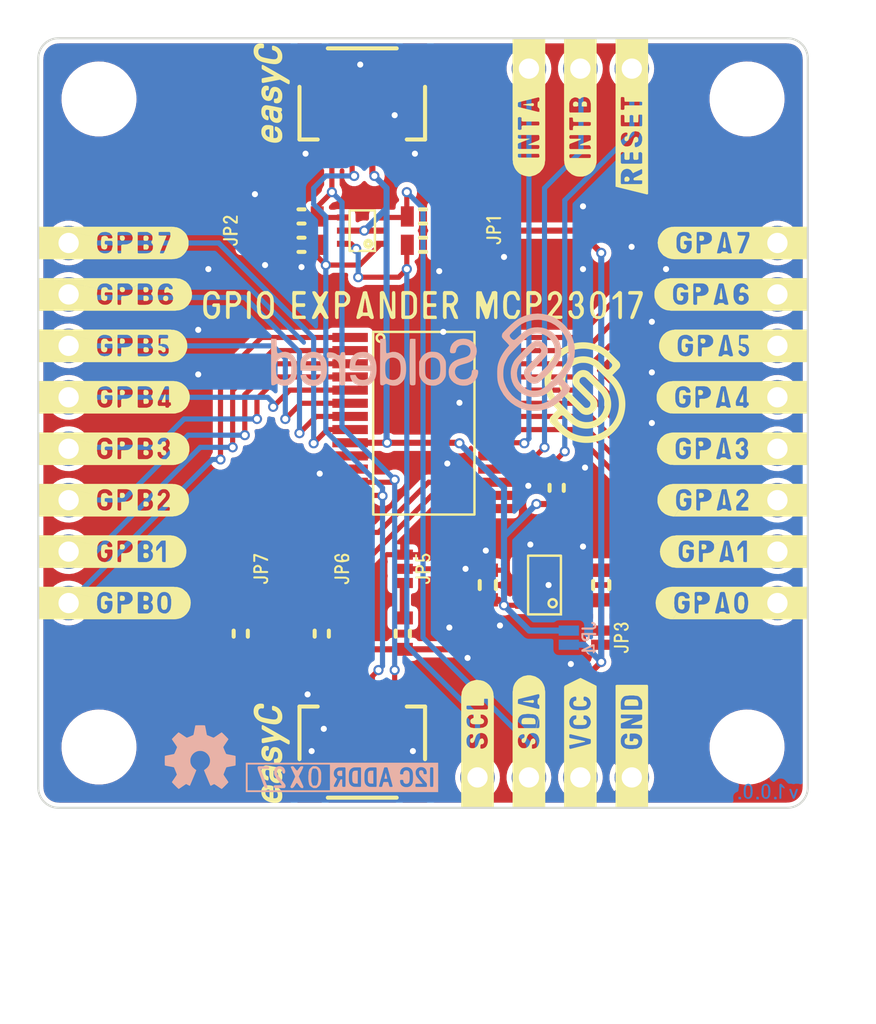
<source format=kicad_pcb>
(kicad_pcb (version 20210126) (generator pcbnew)
  (layers (0 "F.Cu" signal) (31 "B.Cu" signal) (34 "B.Paste" user) (35 "F.Paste" user) (36 "B.SilkS" user "B.Silkscreen") (37 "F.SilkS" user "F.Silkscreen") (38 "B.Mask" user) (39 "F.Mask" user) (44 "Edge.Cuts" user))
  (net 0 "")
  (net 1 "Net-(C3-Pad2)")
  (net 2 "GND")
  (net 3 "3V3")
  (net 4 "SDA_PULL5")
  (net 5 "5V")
  (net 6 "SCL_PULL5")
  (net 7 "SDA_PULL3,3")
  (net 8 "SCL_PULL3,3")
  (net 9 "Net-(JP5-Pad3)")
  (net 10 "A0")
  (net 11 "Net-(JP6-Pad3)")
  (net 12 "A1")
  (net 13 "Net-(JP7-Pad3)")
  (net 14 "A2")
  (net 15 "SDA3,3")
  (net 16 "SCL3,3")
  (net 17 "SCL5")
  (net 18 "SDA5")
  (net 19 "GPB0")
  (net 20 "GPB1")
  (net 21 "GPB2")
  (net 22 "GPB3")
  (net 23 "GPB4")
  (net 24 "GPB5")
  (net 25 "GPB6")
  (net 26 "GPB7")
  (net 27 "INTA")
  (net 28 "INTB")
  (net 29 "~RESET")
  (net 30 "GPA0")
  (net 31 "GPA1")
  (net 32 "GPA2")
  (net 33 "GPA3")
  (net 34 "GPA4")
  (net 35 "GPA5")
  (net 36 "GPA6")
  (net 37 "GPA7")
  (footprint "buzzardLabel" (layer "F.Cu") (at 89.6 122.27)
    (fp_text reference "")
    (fp_text value "")
  )
  (footprint "buzzardLabel" (layer "F.Cu") (at 105 128.2 90)
    (fp_text reference "")
    (fp_text value "")
  )
  (footprint "e-radionica.com footprinti:easyC-connector" (layer "F.Cu") (at 106 105.3)
    (fp_text reference "K3")
    (fp_text value "easyC-SMD")
  )
  (footprint "e-radionica.com footprinti:0603R" (layer "F.Cu") (at 100 131.4 -90)
    (fp_text reference "R8")
    (fp_text value "10k")
  )
  (footprint "e-radionica.com footprinti:HOLE_3.2mm" (layer "F.Cu") (at 93 105)
    (fp_text reference "H1" hide)
    (fp_text value "HOLE_3.2mm" hide)
  )
  (footprint "e-radionica.com footprinti:0603C" (layer "F.Cu") (at 112.2 129 -90)
    (fp_text reference "C4")
    (fp_text value "2.2uF")
  )
  (footprint "buzzardLabel" (layer "F.Cu") (at 128.4 122.27)
    (fp_text reference "")
    (fp_text value "")
  )
  (footprint "e-radionica.com footprinti:SOT-363" (layer "F.Cu") (at 106 111.5 180)
    (fp_text reference "U2")
    (fp_text value "NMOS-DUAL")
  )
  (footprint "Soldered Graphics:Logo-Front-Soldered-5mm" (layer "F.Cu") (at 117 119.5)
    (fp_text reference "G***" hide)
    (fp_text value "LOGO" hide)
  )
  (footprint "e-radionica.com footprinti:easyC-connector" (layer "F.Cu") (at 106 136.7 180)
    (fp_text reference "K1")
    (fp_text value "easyC-SMD")
  )
  (footprint "e-radionica.com footprinti:SOT-23-5" (layer "F.Cu") (at 115 129 180)
    (fp_text reference "U3")
    (fp_text value "SE5218")
  )
  (footprint "Soldered Graphics:Logo-Back-OSH-3.5mm" (layer "F.Cu") (at 98 137.5)
    (fp_text reference "G***" hide)
    (fp_text value "LOGO" hide)
  )
  (footprint "e-radionica.com footprinti:HOLE_3.2mm" (layer "F.Cu") (at 125 137)
    (fp_text reference "H4" hide)
    (fp_text value "HOLE_3.2mm" hide)
  )
  (footprint "e-radionica.com footprinti:0603R" (layer "F.Cu") (at 103 112.2)
    (fp_text reference "R1")
    (fp_text value "10k")
  )
  (footprint "buzzardLabel" (layer "F.Cu") (at 116.77 140.4 90)
    (fp_text reference "")
    (fp_text value "")
  )
  (footprint "buzzardLabel" (layer "F.Cu") (at 114.23 101.6 90)
    (fp_text reference "")
    (fp_text value "")
  )
  (footprint "e-radionica.com footprinti:0603R" (layer "F.Cu") (at 108 131.4 -90)
    (fp_text reference "R6")
    (fp_text value "10k")
  )
  (footprint "Soldered Graphics:Logo-Front-easyC-5mm" (layer "F.Cu") (at 101.5 104.7 90)
    (fp_text reference "G***" hide)
    (fp_text value "LOGO" hide)
  )
  (footprint "e-radionica.com footprinti:0603R" (layer "F.Cu") (at 109 110.8 180)
    (fp_text reference "R2")
    (fp_text value "10k")
  )
  (footprint "e-radionica.com footprinti:FIDUCIAL_1MM_PASTE" (layer "F.Cu") (at 106 138)
    (fp_text reference "FD1")
    (fp_text value "Fiducial_Stencil")
  )
  (footprint "buzzardLabel" (layer "F.Cu") (at 89.6 119.73)
    (fp_text reference "")
    (fp_text value "")
  )
  (footprint "buzzardLabel" (layer "F.Cu") (at 118.8 131.6 90)
    (fp_text reference "")
    (fp_text value "")
  )
  (footprint "buzzardLabel" (layer "F.Cu") (at 119.31 101.6 90)
    (fp_text reference "")
    (fp_text value "")
  )
  (footprint "buzzardLabel" (layer "F.Cu") (at 128.4 112.11)
    (fp_text reference "")
    (fp_text value "")
  )
  (footprint "e-radionica.com footprinti:SMD_JUMPER_3_PAD_TRACE" (layer "F.Cu") (at 100.5 111.5 -90)
    (fp_text reference "JP2")
    (fp_text value "SMD_JUMPER_3_PAD_TRACE")
  )
  (footprint "e-radionica.com footprinti:0603R" (layer "F.Cu") (at 115.6 124.2 -90)
    (fp_text reference "R5")
    (fp_text value "10k")
  )
  (footprint "buzzardLabel" (layer "F.Cu") (at 89.6 117.19)
    (fp_text reference "")
    (fp_text value "")
  )
  (footprint "buzzardLabel" (layer "F.Cu") (at 119.31 140.4 90)
    (fp_text reference "")
    (fp_text value "")
  )
  (footprint "buzzardLabel" (layer "F.Cu") (at 128.4 129.89)
    (fp_text reference "")
    (fp_text value "")
  )
  (footprint "e-radionica.com footprinti:SMD_JUMPER_3_PAD_CONNECTED_RIGHT" (layer "F.Cu") (at 108 128.2 -90)
    (fp_text reference "JP5")
    (fp_text value "SMD_JUMPER_3_PAD_CONNECTED_RIGHT")
  )
  (footprint "buzzardLabel" (layer "F.Cu") (at 128.4 124.81)
    (fp_text reference "")
    (fp_text value "")
  )
  (footprint "e-radionica.com footprinti:HOLE_3.2mm" (layer "F.Cu") (at 125 105)
    (fp_text reference "H3" hide)
    (fp_text value "HOLE_3.2mm" hide)
  )
  (footprint "buzzardLabel" (layer "F.Cu") (at 128.4 114.65)
    (fp_text reference "")
    (fp_text value "")
  )
  (footprint "buzzardLabel" (layer "F.Cu") (at 89.6 114.65)
    (fp_text reference "")
    (fp_text value "")
  )
  (footprint "buzzardLabel" (layer "F.Cu") (at 112.5 111.5 90)
    (fp_text reference "")
    (fp_text value "")
  )
  (footprint "e-radionica.com footprinti:HOLE_3.2mm" (layer "F.Cu") (at 93 137)
    (fp_text reference "H2" hide)
    (fp_text value "HOLE_3.2mm" hide)
  )
  (footprint "e-radionica.com footprinti:SMD_JUMPER_3_PAD_TRACE" (layer "F.Cu") (at 111.5 111.5 90)
    (fp_text reference "JP1")
    (fp_text value "SMD_JUMPER_3_PAD_TRACE")
  )
  (footprint "buzzardLabel" (layer "F.Cu") (at 114.23 140.4 90)
    (fp_text reference "")
    (fp_text value "")
  )
  (footprint "Soldered Graphics:Logo-Front-easyC-5mm" (layer "F.Cu") (at 101.5 137.3 90)
    (fp_text reference "G***" hide)
    (fp_text value "LOGO" hide)
  )
  (footprint "buzzardLabel" (layer "F.Cu") (at 89.6 127.35)
    (fp_text reference "")
    (fp_text value "")
  )
  (footprint "e-radionica.com footprinti:SMD_JUMPER_3_PAD_CONNECTED_RIGHT" (layer "F.Cu") (at 100 128.2 -90)
    (fp_text reference "JP7")
    (fp_text value "SMD_JUMPER_3_PAD_CONNECTED_RIGHT")
  )
  (footprint "e-radionica.com footprinti:0603R" (layer "F.Cu") (at 103 110.8 180)
    (fp_text reference "R4")
    (fp_text value "10k")
  )
  (footprint "buzzardLabel" (layer "F.Cu") (at 89.6 124.81)
    (fp_text reference "")
    (fp_text value "")
  )
  (footprint "Soldered Graphics:Logo-Back-SolderedFULL-15mm" (layer "F.Cu") (at 109 118)
    (fp_text reference "REF**" hide)
    (fp_text value "Logo-Front-SolderedFULL-15mm" hide)
  )
  (footprint "buzzardLabel" (layer "F.Cu") (at 109 115.2)
    (fp_text reference "")
    (fp_text value "")
  )
  (footprint "buzzardLabel" (layer "F.Cu") (at 89.6 112.11)
    (fp_text reference "")
    (fp_text value "")
  )
  (footprint "e-radionica.com footprinti:0603R" (layer "F.Cu") (at 109 112.2)
    (fp_text reference "R3")
    (fp_text value "10k")
  )
  (footprint "e-radionica.com footprinti:SMD-JUMPER-CONNECTED_TRACE_NOSLODERMASK" (layer "F.Cu") (at 117.8 131.6 -90)
    (fp_text reference "JP3")
    (fp_text value "SMD-JUMPER-CONNECTED_TRACE_NOSLODERMASK")
  )
  (footprint "buzzardLabel" (layer "F.Cu") (at 128.4 119.73)
    (fp_text reference "")
    (fp_text value "")
  )
  (footprint "buzzardLabel" (layer "F.Cu") (at 128.4 117.19)
    (fp_text reference "")
    (fp_text value "")
  )
  (footprint "buzzardLabel" (layer "F.Cu") (at 89.6 129.89)
    (fp_text reference "")
    (fp_text value "")
  )
  (footprint "e-radionica.com footprinti:SMD_JUMPER_3_PAD_CONNECTED_RIGHT" (layer "F.Cu") (at 104 128.2 -90)
    (fp_text reference "JP6")
    (fp_text value "SMD_JUMPER_3_PAD_CONNECTED_RIGHT")
  )
  (footprint "buzzardLabel" (layer "F.Cu") (at 128.4 127.35)
    (fp_text reference "")
    (fp_text value "")
  )
  (footprint "e-radionica.com footprinti:MCP23017" (layer "F.Cu") (at 109 121)
    (fp_text reference "U1")
    (fp_text value "MCP23017T-E_SS")
  )
  (footprint "buzzardLabel" (layer "F.Cu") (at 99.5 111.5 90)
    (fp_text reference "")
    (fp_text value "")
  )
  (footprint "buzzardLabel" (layer "F.Cu") (at 111.69 140.4 90)
    (fp_text reference "")
    (fp_text value "")
  )
  (footprint "buzzardLabel" (layer "F.Cu") (at 116.77 101.6 90)
    (fp_text reference "")
    (fp_text value "")
  )
  (footprint "buzzardLabel" (layer "F.Cu") (at 101 128.2 90)
    (fp_text reference "")
    (fp_text value "")
  )
  (footprint "buzzardLabel" (layer "F.Cu") (at 109 128.2 90)
    (fp_text reference "")
    (fp_text value "")
  )
  (footprint "e-radionica.com footprinti:0603C" (layer "F.Cu") (at 117.8 129 -90)
    (fp_text reference "C3")
    (fp_text value "2.2uF")
  )
  (footprint "e-radionica.com footprinti:0603R" (layer "F.Cu") (at 104 131.4 -90)
    (fp_text reference "R7")
    (fp_text value "10k")
  )
  (footprint "e-radionica.com footprinti:SMD_JUMPER" (layer "B.Cu") (at 116.2 131.6 90)
    (fp_text reference "JP4")
    (fp_text value "SMD_JUMPER")
  )
  (footprint "e-radionica.com footprinti:HEADER_MALE_8X1" (layer "B.Cu") (at 91.5 121 -90)
    (fp_text reference "K4")
    (fp_text value "HEADER_MALE_8X1")
  )
  (footprint "e-radionica.com footprinti:HEADER_MALE_3X1" (layer "B.Cu") (at 116.77 103.5 180)
    (fp_text reference "K5")
    (fp_text value "HEADER_MALE_3X1")
  )
  (footprint "buzzardLabel" (layer "B.Cu") (at 102.4 138.5 180)
    (fp_text reference "")
    (fp_text value "")
  )
  (footprint "Soldered Graphics:Version1.0.0." (layer "B.Cu") (at 126 139.2 180)
    (fp_text reference "")
    (fp_text value "")
  )
  (footprint "e-radionica.com footprinti:HEADER_MALE_8X1" (layer "B.Cu") (at 126.5 121 -90)
    (fp_text reference "K6")
    (fp_text value "HEADER_MALE_8X1")
  )
  (footprint "buzzardLabel" (layer "B.Cu") (at 117.2 131.6 -90)
    (fp_text reference "")
    (fp_text value "")
  )
  (footprint "e-radionica.com footprinti:HEADER_MALE_4X1" (layer "B.Cu") (at 115.5 138.5 180)
    (fp_text reference "K2")
    (fp_text value "HEADER_MALE_4X1")
  )
  (footprint "Soldered Graphics:Symbol-Front-I2C-ADDR-Field" (layer "B.Cu") (at 105 138.5 180)
    (fp_text reference "REF**" hide)
    (fp_text value "Symbol-Front-I2C-ADDR-Field" hide)
  )
  (gr_arc (start 91 103) (end 91 102) (angle -90) (layer "Edge.Cuts") (width 0.1))
  (gr_arc (start 127 103) (end 128 103) (angle -90) (layer "Edge.Cuts") (width 0.1))
  (gr_arc (start 91 139) (end 91 140) (angle 90) (layer "Edge.Cuts") (width 0.1))
  (gr_line (start 91 102) (end 127 102) (layer "Edge.Cuts") (width 0.1))
  (gr_line (start 128 103) (end 128 139) (layer "Edge.Cuts") (width 0.1))
  (gr_line (start 127 140) (end 91 140) (layer "Edge.Cuts") (width 0.1))
  (gr_arc (start 127 139) (end 127 140) (angle -90) (layer "Edge.Cuts") (width 0.1))
  (gr_line (start 90 139) (end 90 103) (layer "Edge.Cuts") (width 0.1))
  (segment (start 116.1 128.05) (end 115.05 128.05) (width 0.254) (layer "F.Cu") (net 1))
  (segment (start 115.05 129.95) (end 116.1 129.95) (width 0.254) (layer "F.Cu") (net 1))
  (segment (start 115.05 128.05) (end 114.5 128.6) (width 0.254) (layer "F.Cu") (net 1))
  (segment (start 114.5 128.6) (end 114.5 129.4) (width 0.254) (layer "F.Cu") (net 1))
  (segment (start 116.1 129.95) (end 117.58 129.95) (width 0.3) (layer "F.Cu") (net 1))
  (segment (start 114.5 129.4) (end 115.05 129.95) (width 0.254) (layer "F.Cu") (net 1))
  (segment (start 117.58 129.95) (end 117.8 129.73) (width 0.3) (layer "F.Cu") (net 1))
  (segment (start 117.8 129.73) (end 117.8 131.25) (width 0.3) (layer "F.Cu") (net 1))
  (via (at 101.2 113.2) (size 0.5) (drill 0.3) (layers "F.Cu" "B.Cu") (net 2))
  (via (at 120.3 121) (size 0.5) (drill 0.3) (layers "F.Cu" "B.Cu") (net 2))
  (via (at 115.2 129) (size 0.5) (drill 0.3) (layers "F.Cu" "B.Cu") (net 2))
  (via (at 97.9 116.4) (size 0.5) (drill 0.3) (layers "F.Cu" "B.Cu") (net 2))
  (via (at 103.2 107.7) (size 0.5) (drill 0.3) (layers "F.Cu" "B.Cu") (net 2))
  (via (at 107.6 105.8) (size 0.5) (drill 0.3) (layers "F.Cu" "B.Cu") (net 2))
  (via (at 121 113.4) (size 0.5) (drill 0.3) (layers "F.Cu" "B.Cu") (net 2))
  (via (at 120.3 118.5) (size 0.5) (drill 0.3) (layers "F.Cu" "B.Cu") (net 2))
  (via (at 114.2 124.1) (size 0.5) (drill 0.3) (layers "F.Cu" "B.Cu") (net 2))
  (via (at 104.1 136.1) (size 0.5) (drill 0.3) (layers "F.Cu" "B.Cu") (net 2))
  (via (at 103 113.3) (size 0.5) (drill 0.3) (layers "F.Cu" "B.Cu") (net 2))
  (via (at 98.4 113.4) (size 0.5) (drill 0.3) (layers "F.Cu" "B.Cu") (net 2))
  (via (at 103.9 123.5) (size 0.5) (drill 0.3) (layers "F.Cu" "B.Cu") (net 2))
  (via (at 110.8 120) (size 0.5) (drill 0.3) (layers "F.Cu" "B.Cu") (net 2))
  (via (at 110.3 131.1) (size 0.5) (drill 0.3) (layers "F.Cu" "B.Cu") (net 2))
  (via (at 108.5 137.2) (size 0.5) (drill 0.3) (layers "F.Cu" "B.Cu") (net 2))
  (via (at 112.8 131) (size 0.5) (drill 0.3) (layers "F.Cu" "B.Cu") (net 2))
  (via (at 119.3 112.3) (size 0.5) (drill 0.3) (layers "F.Cu" "B.Cu") (net 2))
  (via (at 116.3 132.9) (size 0.5) (drill 0.3) (layers "F.Cu" "B.Cu") (net 2))
  (via (at 113 112.8) (size 0.5) (drill 0.3) (layers "F.Cu" "B.Cu") (net 2))
  (via (at 108.6 107.7) (size 0.5) (drill 0.3) (layers "F.Cu" "B.Cu") (net 2))
  (via (at 120.3 116) (size 0.5) (drill 0.3) (layers "F.Cu" "B.Cu") (net 2))
  (via (at 110.2 123) (size 0.5) (drill 0.3) (layers "F.Cu" "B.Cu") (net 2))
  (via (at 97.9 118.6) (size 0.5) (drill 0.3) (layers "F.Cu" "B.Cu") (net 2))
  (via (at 117 123.2) (size 0.5) (drill 0.3) (layers "F.Cu" "B.Cu") (net 2))
  (via (at 111.2 132.6) (size 0.5) (drill 0.3) (layers "F.Cu" "B.Cu") (net 2))
  (via (at 103.5 137.2) (size 0.5) (drill 0.3) (layers "F.Cu" "B.Cu") (net 2))
  (via (at 103.3 134.4) (size 0.5) (drill 0.3) (layers "F.Cu" "B.Cu") (net 2))
  (via (at 114.3 127) (size 0.5) (drill 0.3) (layers "F.Cu" "B.Cu") (net 2))
  (via (at 100.7 109.7) (size 0.5) (drill 0.3) (layers "F.Cu" "B.Cu") (net 2))
  (via (at 109.8 113.5) (size 0.5) (drill 0.3) (layers "F.Cu" "B.Cu") (net 2))
  (via (at 105.9 103.3) (size 0.5) (drill 0.3) (layers "F.Cu" "B.Cu") (net 2))
  (via (at 116.9 113.4) (size 0.5) (drill 0.3) (layers "F.Cu" "B.Cu") (net 2))
  (via (at 116.9 127.1) (size 0.5) (drill 0.3) (layers "F.Cu" "B.Cu") (net 2))
  (via (at 116.9 110.3) (size 0.5) (drill 0.3) (layers "F.Cu" "B.Cu") (net 2))
  (via (at 112.1 127.3) (size 0.5) (drill 0.3) (layers "F.Cu" "B.Cu") (net 2))
  (via (at 111.1 128.2) (size 0.5) (drill 0.3) (layers "F.Cu" "B.Cu") (net 2))
  (via (at 110 116.5) (size 0.5) (drill 0.3) (layers "F.Cu" "B.Cu") (net 2))
  (segment (start 106.5 106.3) (end 106.5 107.45) (width 0.3) (layer "F.Cu") (net 3))
  (segment (start 105.5 133.675) (end 104 132.175) (width 0.3) (layer "F.Cu") (net 3))
  (segment (start 106.92 111.5) (end 106.3 111.5) (width 0.3) (layer "F.Cu") (net 3))
  (segment (start 106 105.8) (end 106.5 106.3) (width 0.3) (layer "F.Cu") (net 3))
  (segment (start 105.5 134.55) (end 105.5 133.675) (width 0.3) (layer "F.Cu") (net 3))
  (segment (start 103.4 105.8) (end 106 105.8) (width 0.3) (layer "F.Cu") (net 3))
  (segment (start 107.225 121.975) (end 105.4 121.975) (width 0.3) (layer "F.Cu") (net 3))
  (segment (start 106.3 111.5) (end 106.1 111.5) (width 0.3) (layer "F.Cu") (net 3))
  (segment (start 112.2 130.4) (end 112.2 129.73) (width 0.3) (layer "F.Cu") (net 3))
  (segment (start 108 132.175) (end 110.425 132.175) (width 0.3) (layer "F.Cu") (net 3))
  (segment (start 113 130) (end 113.85 130) (width 0.254) (layer "F.Cu") (net 3))
  (segment (start 113 130) (end 112.73 129.73) (width 0.3) (layer "F.Cu") (net 3))
  (segment (start 113.85 130) (end 113.9 129.95) (width 0.254) (layer "F.Cu") (net 3))
  (segment (start 106.5 108.7) (end 106.6 108.8) (width 0.3) (layer "F.Cu") (net 3))
  (segment (start 110.775 121.975) (end 107.225 121.975) (width 0.3) (layer "F.Cu") (net 3))
  (segment (start 114.6 125) (end 115.575 125) (width 0.3) (layer "F.Cu") (net 3))
  (segment (start 112.73 129.73) (end 112.2 129.73) (width 0.3) (layer "F.Cu") (net 3))
  (segment (start 106.3 111.5) (end 105.08 111.5) (width 0.3) (layer "F.Cu") (net 3))
  (segment (start 110.425 132.175) (end 112.2 130.4) (width 0.3) (layer "F.Cu") (net 3))
  (segment (start 115.575 125) (end 115.6 124.975) (width 0.3) (layer "F.Cu") (net 3))
  (segment (start 100.5 111.5) (end 99.9 111.5) (width 0.3) (layer "F.Cu") (net 3))
  (segment (start 110.8 122) (end 110.775 121.975) (width 0.3) (layer "F.Cu") (net 3))
  (segment (start 106.5 107.45) (end 106.5 108.7) (width 0.3) (layer "F.Cu") (net 3))
  (segment (start 100 132.175) (end 108 132.175) (width 0.3) (layer "F.Cu") (net 3))
  (segment (start 99.4 109.8) (end 103.4 105.8) (width 0.3) (layer "F.Cu") (net 3))
  (segment (start 99.9 111.5) (end 99.4 111) (width 0.3) (layer "F.Cu") (net 3))
  (segment (start 99.4 111) (end 99.4 109.8) (width 0.3) (layer "F.Cu") (net 3))
  (via (at 110.8 122) (size 0.5) (drill 0.3) (layers "F.Cu" "B.Cu") (net 3))
  (via (at 114.6 125) (size 0.5) (drill 0.3) (layers "F.Cu" "B.Cu") (net 3))
  (via (at 113 130) (size 0.5) (drill 0.3) (layers "F.Cu" "B.Cu") (net 3))
  (via (at 106.6 108.8) (size 0.5) (drill 0.3) (layers "F.Cu" "B.Cu") (net 3))
  (via (at 107.225 121.975) (size 0.5) (drill 0.3) (layers "F.Cu" "B.Cu") (net 3))
  (via (at 106.1 111.5) (size 0.5) (drill 0.3) (layers "F.Cu" "B.Cu") (net 3))
  (segment (start 106.6 108.8) (end 107.2 109.4) (width 0.3) (layer "B.Cu") (net 3))
  (segment (start 107.2 110.4) (end 107.2 121.95) (width 0.3) (layer "B.Cu") (net 3))
  (segment (start 113 130) (end 114.25 131.25) (width 0.3) (layer "B.Cu") (net 3))
  (segment (start 113 130) (end 113 128) (width 0.3) (layer "B.Cu") (net 3))
  (segment (start 113 128) (end 113 126.6) (width 0.3) (layer "B.Cu") (net 3))
  (segment (start 110.8 122) (end 113 124.2) (width 0.3) (layer "B.Cu") (net 3))
  (segment (start 107.2 109.4) (end 107.2 110.4) (width 0.3) (layer "B.Cu") (net 3))
  (segment (start 114.25 131.25) (end 116.2 131.25) (width 0.3) (layer "B.Cu") (net 3))
  (segment (start 107.2 121.95) (end 107.225 121.975) (width 0.3) (layer "B.Cu") (net 3))
  (segment (start 106.1 111.5) (end 107.2 110.4) (width 0.3) (layer "B.Cu") (net 3))
  (segment (start 113 124.2) (end 113 126.6) (width 0.3) (layer "B.Cu") (net 3))
  (segment (start 113 126.6) (end 114.6 125) (width 0.3) (layer "B.Cu") (net 3))
  (segment (start 109.775 110.8) (end 111.5 110.8) (width 0.254) (layer "F.Cu") (net 4))
  (segment (start 116.77 138.5) (end 116.77 133.83) (width 0.3) (layer "F.Cu") (net 5))
  (segment (start 116.7 111.5) (end 111.5 111.5) (width 0.3) (layer "F.Cu") (net 5))
  (segment (start 117.8 132.8) (end 117.8 131.95) (width 0.3) (layer "F.Cu") (net 5))
  (segment (start 116.77 133.83) (end 117.8 132.8) (width 0.3) (layer "F.Cu") (net 5))
  (segment (start 117.8 112.6) (end 116.7 111.5) (width 0.3) (layer "F.Cu") (net 5))
  (via (at 117.8 132.8) (size 0.5) (drill 0.3) (layers "F.Cu" "B.Cu") (net 5))
  (via (at 117.8 112.6) (size 0.5) (drill 0.3) (layers "F.Cu" "B.Cu") (net 5))
  (segment (start 116.95 131.95) (end 117.8 132.8) (width 0.3) (layer "B.Cu") (net 5))
  (segment (start 116.2 131.95) (end 116.95 131.95) (width 0.3) (layer "B.Cu") (net 5))
  (segment (start 117.8 112.6) (end 117.8 132.8) (width 0.3) (layer "B.Cu") (net 5))
  (segment (start 109.775 112.2) (end 111.5 112.2) (width 0.254) (layer "F.Cu") (net 6))
  (segment (start 100.5 112.2) (end 102.225 112.2) (width 0.254) (layer "F.Cu") (net 7))
  (segment (start 102.225 110.8) (end 100.5 110.8) (width 0.254) (layer "F.Cu") (net 8))
  (segment (start 108 130.625) (end 108 128.9) (width 0.3) (layer "F.Cu") (net 9))
  (segment (start 112.475 125.225) (end 112.6 125.225) (width 0.254) (layer "F.Cu") (net 10))
  (segment (start 108 128.2) (end 109.5 128.2) (width 0.254) (layer "F.Cu") (net 10))
  (segment (start 109.5 128.2) (end 112.475 125.225) (width 0.254) (layer "F.Cu") (net 10))
  (segment (start 104 130.625) (end 104 128.9) (width 0.3) (layer "F.Cu") (net 11))
  (segment (start 104 128.2) (end 105.8 128.2) (width 0.254) (layer "F.Cu") (net 12))
  (segment (start 105.8 128.2) (end 109.425 124.575) (width 0.254) (layer "F.Cu") (net 12))
  (segment (start 109.425 124.575) (end 112.6 124.575) (width 0.254) (layer "F.Cu") (net 12))
  (segment (start 100 130.625) (end 100 128.9) (width 0.3) (layer "F.Cu") (net 13))
  (segment (start 109.275 123.925) (end 112.6 123.925) (width 0.254) (layer "F.Cu") (net 14))
  (segment (start 106.8 126.4) (end 109.275 123.925) (width 0.254) (layer "F.Cu") (net 14))
  (segment (start 100 128.2) (end 101.8 128.2) (width 0.254) (layer "F.Cu") (net 14))
  (segment (start 101.8 128.2) (end 103.6 126.4) (width 0.254) (layer "F.Cu") (net 14))
  (segment (start 103.6 126.4) (end 106.8 126.4) (width 0.254) (layer "F.Cu") (net 14))
  (segment (start 104.2 113.2) (end 105.87 113.2) (width 0.254) (layer "F.Cu") (net 15))
  (segment (start 105.5 108.7) (end 105.6 108.8) (width 0.254) (layer "F.Cu") (net 15))
  (segment (start 105.87 113.2) (end 106.92 112.15) (width 0.254) (layer "F.Cu") (net 15))
  (segment (start 106.975 124.575) (end 107 124.6) (width 0.254) (layer "F.Cu") (net 15))
  (segment (start 105.4 124.575) (end 106.975 124.575) (width 0.254) (layer "F.Cu") (net 15))
  (segment (start 105.5 107.45) (end 105.5 108.7) (width 0.254) (layer "F.Cu") (net 15))
  (segment (start 106.5 133.5) (end 106.5 134.55) (width 0.254) (layer "F.Cu") (net 15))
  (segment (start 106.8 133.2) (end 106.5 133.5) (width 0.254) (layer "F.Cu") (net 15))
  (segment (start 103.775 112.775) (end 103.775 112.2) (width 0.254) (layer "F.Cu") (net 15))
  (segment (start 104.2 113.2) (end 103.775 112.775) (width 0.254) (layer "F.Cu") (net 15))
  (via (at 107 124.6) (size 0.5) (drill 0.3) (layers "F.Cu" "B.Cu") (net 15))
  (via (at 106.8 133.2) (size 0.5) (drill 0.3) (layers "F.Cu" "B.Cu") (net 15))
  (via (at 105.6 108.8) (size 0.5) (drill 0.3) (layers "F.Cu" "B.Cu") (net 15))
  (via (at 104.2 113.2) (size 0.5) (drill 0.3) (layers "F.Cu" "B.Cu") (net 15))
  (segment (start 104.2 108.8) (end 105.6 108.8) (width 0.254) (layer "B.Cu") (net 15))
  (segment (start 104.2 113.2) (end 104.2 110.8) (width 0.254) (layer "B.Cu") (net 15))
  (segment (start 103.6 109.4) (end 104.2 108.8) (width 0.254) (layer "B.Cu") (net 15))
  (segment (start 107 124.2) (end 104.2 121.4) (width 0.254) (layer "B.Cu") (net 15))
  (segment (start 104.2 121.4) (end 104.2 113.2) (width 0.254) (layer "B.Cu") (net 15))
  (segment (start 106.8 133.2) (end 107 133) (width 0.254) (layer "B.Cu") (net 15))
  (segment (start 107 133) (end 107 124.6) (width 0.254) (layer "B.Cu") (net 15))
  (segment (start 107 124.6) (end 107 124.2) (width 0.254) (layer "B.Cu") (net 15))
  (segment (start 103.6 110.2) (end 103.6 109.4) (width 0.254) (layer "B.Cu") (net 15))
  (segment (start 104.2 110.8) (end 103.6 110.2) (width 0.254) (layer "B.Cu") (net 15))
  (segment (start 107.6 134.45) (end 107.5 134.55) (width 0.254) (layer "F.Cu") (net 16))
  (segment (start 103.825 110.85) (end 103.775 110.8) (width 0.254) (layer "F.Cu") (net 16))
  (segment (start 107.475 123.925) (end 107.6 123.8) (width 0.254) (layer "F.Cu") (net 16))
  (segment (start 105.4 123.925) (end 107.475 123.925) (width 0.254) (layer "F.Cu") (net 16))
  (segment (start 103.775 110.325) (end 104.5 109.6) (width 0.254) (layer "F.Cu") (net 16))
  (segment (start 103.775 110.8) (end 103.775 110.325) (width 0.254) (layer "F.Cu") (net 16))
  (segment (start 105.08 110.85) (end 103.825 110.85) (width 0.254) (layer "F.Cu") (net 16))
  (segment (start 107.6 133.2) (end 107.6 134.45) (width 0.254) (layer "F.Cu") (net 16))
  (segment (start 104.5 109.6) (end 104.5 107.45) (width 0.254) (layer "F.Cu") (net 16))
  (via (at 107.6 123.8) (size 0.5) (drill 0.3) (layers "F.Cu" "B.Cu") (net 16))
  (via (at 107.6 133.2) (size 0.5) (drill 0.3) (layers "F.Cu" "B.Cu") (net 16))
  (via (at 104.5 109.6) (size 0.5) (drill 0.3) (layers "F.Cu" "B.Cu") (net 16))
  (segment (start 107.4 123.6) (end 105 121.2) (width 0.254) (layer "B.Cu") (net 16))
  (segment (start 107.4 123.6) (end 107.6 123.8) (width 0.254) (layer "B.Cu") (net 16))
  (segment (start 105 110.1) (end 104.5 109.6) (width 0.254) (layer "B.Cu") (net 16))
  (segment (start 107.6 123.8) (end 107.6 133.2) (width 0.254) (layer "B.Cu") (net 16))
  (segment (start 105 121.2) (end 105 110.1) (width 0.254) (layer "B.Cu") (net 16))
  (segment (start 107.8 113.8) (end 106.8 113.8) (width 0.254) (layer "F.Cu") (net 17))
  (segment (start 108.2 112.225) (end 108.225 112.2) (width 0.254) (layer "F.Cu") (net 17))
  (segment (start 108.225 112.375) (end 108.225 112.2) (width 0.254) (layer "F.Cu") (net 17))
  (segment (start 105.45 112.15) (end 105.08 112.15) (width 0.254) (layer "F.Cu") (net 17))
  (segment (start 105.7 112.4) (end 105.45 112.15) (width 0.254) (layer "F.Cu") (net 17))
  (segment (start 108.2 113.4) (end 107.8 113.8) (width 0.254) (layer "F.Cu") (net 17))
  (segment (start 108.2 113.4) (end 108.2 112.225) (width 0.254) (layer "F.Cu") (net 17))
  (segment (start 107.8 113.8) (end 105.8 113.8) (width 0.254) (layer "F.Cu") (net 17))
  (via (at 108.2 113.4) (size 0.5) (drill 0.3) (layers "F.Cu" "B.Cu") (net 17))
  (via (at 105.8 113.8) (size 0.5) (drill 0.3) (layers "F.Cu" "B.Cu") (net 17))
  (via (at 105.7 112.4) (size 0.5) (drill 0.3) (layers "F.Cu" "B.Cu") (net 17))
  (segment (start 105.8 112.5) (end 105.7 112.4) (width 0.254) (layer "B.Cu") (net 17))
  (segment (start 108.2 132) (end 108.2 113.4) (width 0.254) (layer "B.Cu") (net 17))
  (segment (start 105.8 113.8) (end 105.8 112.5) (width 0.254) (layer "B.Cu") (net 17))
  (segment (start 111.69 138.5) (end 111.69 135.49) (width 0.254) (layer "B.Cu") (net 17))
  (segment (start 111.69 135.49) (end 108.2 132) (width 0.254) (layer "B.Cu") (net 17))
  (segment (start 108.2 110.775) (end 108.225 110.8) (width 0.254) (layer "F.Cu") (net 18))
  (segment (start 108.175 110.85) (end 108.225 110.8) (width 0.254) (layer "F.Cu") (net 18))
  (segment (start 108.2 109.6) (end 108.2 110.775) (width 0.254) (layer "F.Cu") (net 18))
  (segment (start 106.92 110.85) (end 108.175 110.85) (width 0.254) (layer "F.Cu") (net 18))
  (via (at 108.2 109.6) (size 0.5) (drill 0.3) (layers "F.Cu" "B.Cu") (net 18))
  (segment (start 114.23 136.83) (end 109 131.6) (width 0.254) (layer "B.Cu") (net 18))
  (segment (start 109 110.4) (end 108.2 109.6) (width 0.254) (layer "B.Cu") (net 18))
  (segment (start 109 131.6) (end 109 110.4) (width 0.254) (layer "B.Cu") (net 18))
  (segment (start 114.23 138.5) (end 114.23 136.83) (width 0.254) (layer "B.Cu") (net 18))
  (segment (start 105.4 116.775) (end 101.025 116.775) (width 0.254) (layer "F.Cu") (net 19))
  (segment (start 101.025 116.775) (end 99 118.8) (width 0.254) (layer "F.Cu") (net 19))
  (segment (start 99 118.8) (end 99 122.8) (width 0.254) (layer "F.Cu") (net 19))
  (via (at 99 122.8) (size 0.5) (drill 0.3) (layers "F.Cu" "B.Cu") (net 19))
  (segment (start 99 122.8) (end 98.59 122.8) (width 0.254) (layer "B.Cu") (net 19))
  (segment (start 98.59 122.8) (end 91.5 129.89) (width 0.254) (layer "B.Cu") (net 19))
  (segment (start 99.6 119.4) (end 101.575 117.425) (width 0.254) (layer "F.Cu") (net 20))
  (segment (start 99.6 122.2) (end 99.6 119.4) (width 0.254) (layer "F.Cu") (net 20))
  (segment (start 101.575 117.425) (end 105.4 117.425) (width 0.254) (layer "F.Cu") (net 20))
  (via (at 99.6 122.2) (size 0.5) (drill 0.3) (layers "F.Cu" "B.Cu") (net 20))
  (segment (start 99.6 122.2) (end 98 122.2) (width 0.254) (layer "B.Cu") (net 20))
  (segment (start 92.85 127.35) (end 91.5 127.35) (width 0.254) (layer "B.Cu") (net 20))
  (segment (start 98 122.2) (end 92.85 127.35) (width 0.254) (layer "B.Cu") (net 20))
  (segment (start 101.725 118.075) (end 105.4 118.075) (width 0.254) (layer "F.Cu") (net 21))
  (segment (start 100.2 121.6) (end 100.2 119.6) (width 0.254) (layer "F.Cu") (net 21))
  (segment (start 100.2 119.6) (end 101.725 118.075) (width 0.254) (layer "F.Cu") (net 21))
  (via (at 100.2 121.6) (size 0.5) (drill 0.3) (layers "F.Cu" "B.Cu") (net 21))
  (segment (start 97.4 121.6) (end 94.2 124.8) (width 0.254) (layer "B.Cu") (net 21))
  (segment (start 91.51 124.8) (end 91.5 124.81) (width 0.254) (layer "B.Cu") (net 21))
  (segment (start 100.2 121.6) (end 97.4 121.6) (width 0.254) (layer "B.Cu") (net 21))
  (segment (start 94.2 124.8) (end 91.51 124.8) (width 0.254) (layer "B.Cu") (net 21))
  (segment (start 101.875 118.725) (end 105.4 118.725) (width 0.254) (layer "F.Cu") (net 22))
  (segment (start 100.8 120.8) (end 100.8 119.8) (width 0.254) (layer "F.Cu") (net 22))
  (segment (start 100.8 119.8) (end 101.875 118.725) (width 0.254) (layer "F.Cu") (net 22))
  (via (at 100.8 120.8) (size 0.5) (drill 0.3) (layers "F.Cu" "B.Cu") (net 22))
  (segment (start 100.8 120.8) (end 97.2 120.8) (width 0.254) (layer "B.Cu") (net 22))
  (segment (start 97.2 120.8) (end 95.8 122.2) (width 0.254) (layer "B.Cu") (net 22))
  (segment (start 95.8 122.2) (end 91.57 122.2) (width 0.254) (layer "B.Cu") (net 22))
  (segment (start 91.57 122.2) (end 91.5 122.27) (width 0.254) (layer "B.Cu") (net 22))
  (segment (start 101.6 120.2) (end 102.425 119.375) (width 0.254) (layer "F.Cu") (net 23))
  (segment (start 102.425 119.375) (end 105.4 119.375) (width 0.254) (layer "F.Cu") (net 23))
  (via (at 101.6 120.2) (size 0.5) (drill 0.3) (layers "F.Cu" "B.Cu") (net 23))
  (segment (start 101.6 120) (end 101.33 119.73) (width 0.254) (layer "B.Cu") (net 23))
  (segment (start 101.33 119.73) (end 91.5 119.73) (width 0.254) (layer "B.Cu") (net 23))
  (segment (start 101.6 120.2) (end 101.6 120) (width 0.254) (layer "B.Cu") (net 23))
  (segment (start 102.2 120.8) (end 102.975 120.025) (width 0.254) (layer "F.Cu") (net 24))
  (segment (start 102.975 120.025) (end 105.4 120.025) (width 0.254) (layer "F.Cu") (net 24))
  (via (at 102.2 120.8) (size 0.5) (drill 0.3) (layers "F.Cu" "B.Cu") (net 24))
  (segment (start 101.59 117.19) (end 91.5 117.19) (width 0.254) (layer "B.Cu") (net 24))
  (segment (start 102.2 120.8) (end 102.2 117.8) (width 0.254) (layer "B.Cu") (net 24))
  (segment (start 102.2 117.8) (end 101.59 117.19) (width 0.254) (layer "B.Cu") (net 24))
  (segment (start 103.725 120.675) (end 105.4 120.675) (width 0.254) (layer "F.Cu") (net 25))
  (segment (start 102.9 121.5) (end 103.725 120.675) (width 0.254) (layer "F.Cu") (net 25))
  (via (at 102.9 121.5) (size 0.5) (drill 0.3) (layers "F.Cu" "B.Cu") (net 25))
  (segment (start 102.9 121.5) (end 102.9 117.5) (width 0.254) (layer "B.Cu") (net 25))
  (segment (start 91.65 114.8) (end 91.5 114.65) (width 0.254) (layer "B.Cu") (net 25))
  (segment (start 100.2 114.8) (end 91.65 114.8) (width 0.254) (layer "B.Cu") (net 25))
  (segment (start 102.9 117.5) (end 100.2 114.8) (width 0.254) (layer "B.Cu") (net 25))
  (segment (start 104.275 121.325) (end 105.4 121.325) (width 0.254) (layer "F.Cu") (net 26))
  (segment (start 103.6 122) (end 104.275 121.325) (width 0.254) (layer "F.Cu") (net 26))
  (via (at 103.6 122) (size 0.5) (drill 0.3) (layers "F.Cu" "B.Cu") (net 26))
  (segment (start 103.6 122) (end 103.6 116.8) (width 0.254) (layer "B.Cu") (net 26))
  (segment (start 98.91 112.11) (end 91.5 112.11) (width 0.254) (layer "B.Cu") (net 26))
  (segment (start 103.6 116.8) (end 98.91 112.11) (width 0.254) (layer "B.Cu") (net 26))
  (segment (start 113.975 121.975) (end 114 122) (width 0.254) (layer "F.Cu") (net 27))
  (segment (start 112.6 121.975) (end 113.975 121.975) (width 0.254) (layer "F.Cu") (net 27))
  (via (at 114 122) (size 0.5) (drill 0.3) (layers "F.Cu" "B.Cu") (net 27))
  (segment (start 114 122) (end 114.23 121.77) (width 0.254) (layer "B.Cu") (net 27))
  (segment (start 114.23 121.77) (end 114.23 103.5) (width 0.254) (layer "B.Cu") (net 27))
  (segment (start 114.575 122.625) (end 115 122.2) (width 0.254) (layer "F.Cu") (net 28))
  (segment (start 112.6 122.625) (end 114.575 122.625) (width 0.254) (layer "F.Cu") (net 28))
  (via (at 115 122.2) (size 0.5) (drill 0.3) (layers "F.Cu" "B.Cu") (net 28))
  (segment (start 116.8 107.6) (end 116.8 103.53) (width 0.254) (layer "B.Cu") (net 28))
  (segment (start 115 109.4) (end 116.8 107.6) (width 0.254) (layer "B.Cu") (net 28))
  (segment (start 116.8 103.53) (end 116.77 103.5) (width 0.254) (layer "B.Cu") (net 28))
  (segment (start 115 122.2) (end 115 109.4) (width 0.254) (layer "B.Cu") (net 28))
  (segment (start 115.6 122.8) (end 116 122.4) (width 0.254) (layer "F.Cu") (net 29))
  (segment (start 112.6 123.275) (end 115.45 123.275) (width 0.254) (layer "F.Cu") (net 29))
  (segment (start 115.6 123.425) (end 115.6 122.8) (width 0.254) (layer "F.Cu") (net 29))
  (segment (start 115.45 123.275) (end 115.6 123.425) (width 0.254) (layer "F.Cu") (net 29))
  (via (at 116 122.4) (size 0.5) (drill 0.3) (layers "F.Cu" "B.Cu") (net 29))
  (segment (start 116 122.4) (end 116 110) (width 0.254) (layer "B.Cu") (net 29))
  (segment (start 119.31 106.69) (end 119.31 103.5) (width 0.254) (layer "B.Cu") (net 29))
  (segment (start 116 110) (end 119.31 106.69) (width 0.254) (layer "B.Cu") (net 29))
  (segment (start 124.89 129.89) (end 126.5 129.89) (width 0.254) (layer "F.Cu") (net 30))
  (segment (start 112.6 121.325) (end 116.325 121.325) (width 0.254) (layer "F.Cu") (net 30))
  (segment (start 116.325 121.325) (end 124.89 129.89) (width 0.254) (layer "F.Cu") (net 30))
  (segment (start 112.6 120.675) (end 116.475 120.675) (width 0.254) (layer "F.Cu") (net 31))
  (segment (start 116.475 120.675) (end 123.2 127.4) (width 0.254) (layer "F.Cu") (net 31))
  (segment (start 126.45 127.4) (end 126.5 127.35) (width 0.254) (layer "F.Cu") (net 31))
  (segment (start 123.2 127.4) (end 126.45 127.4) (width 0.254) (layer "F.Cu") (net 31))
  (segment (start 121.41 124.81) (end 126.5 124.81) (width 0.254) (layer "F.Cu") (net 32))
  (segment (start 112.6 120.025) (end 116.625 120.025) (width 0.254) (layer "F.Cu") (net 32))
  (segment (start 116.625 120.025) (end 121.41 124.81) (width 0.254) (layer "F.Cu") (net 32))
  (segment (start 112.6 119.375) (end 116.975 119.375) (width 0.254) (layer "F.Cu") (net 33))
  (segment (start 119.87 122.27) (end 126.5 122.27) (width 0.254) (layer "F.Cu") (net 33))
  (segment (start 116.975 119.375) (end 119.87 122.27) (width 0.254) (layer "F.Cu") (net 33))
  (segment (start 117.325 118.725) (end 118.33 119.73) (width 0.254) (layer "F.Cu") (net 34))
  (segment (start 118.33 119.73) (end 126.5 119.73) (width 0.254) (layer "F.Cu") (net 34))
  (segment (start 112.6 118.725) (end 117.325 118.725) (width 0.254) (layer "F.Cu") (net 34))
  (segment (start 117.325 118.075) (end 118.21 117.19) (width 0.254) (layer "F.Cu") (net 35))
  (segment (start 118.21 117.19) (end 126.5 117.19) (width 0.254) (layer "F.Cu") (net 35))
  (segment (start 112.6 118.075) (end 117.325 118.075) (width 0.254) (layer "F.Cu") (net 35))
  (segment (start 119.75 114.65) (end 126.5 114.65) (width 0.254) (layer "F.Cu") (net 36))
  (segment (start 112.6 117.425) (end 116.975 117.425) (width 0.254) (layer "F.Cu") (net 36))
  (segment (start 116.975 117.425) (end 119.75 114.65) (width 0.254) (layer "F.Cu") (net 36))
  (segment (start 112.6 116.775) (end 116.625 116.775) (width 0.254) (layer "F.Cu") (net 37))
  (segment (start 121.29 112.11) (end 126.5 112.11) (width 0.254) (layer "F.Cu") (net 37))
  (segment (start 116.625 116.775) (end 121.29 112.11) (width 0.254) (layer "F.Cu") (net 37))
  (zone (net 2) (net_name "GND") (layers F&B.Cu) (connect_pads (clearance 0.254)) (min_thickness 0.2) (fill yes (thermal_gap 0.254) (thermal_bridge_width 0.254))
    (polygon (pts (xy 128 140) (xy 90 140) (xy 90 102) (xy 128 102)))
  )
)
</source>
